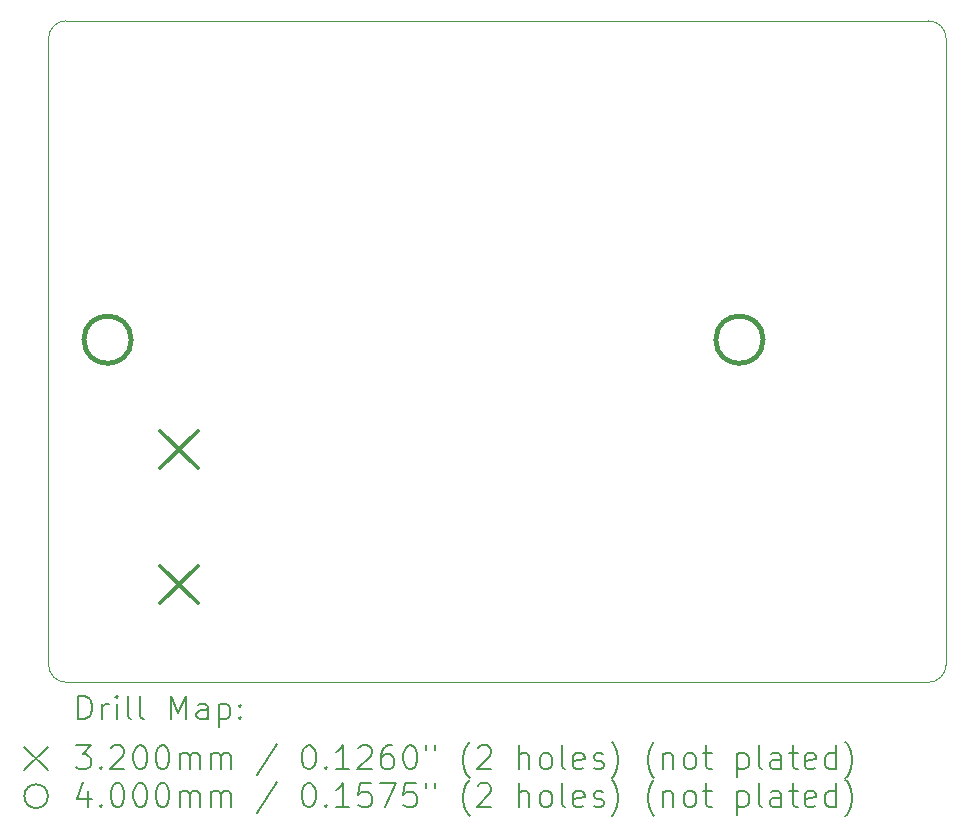
<source format=gbr>
%TF.GenerationSoftware,KiCad,Pcbnew,(6.0.7)*%
%TF.CreationDate,2022-10-05T08:02:07-05:00*%
%TF.ProjectId,ScareBanger_PCB,53636172-6542-4616-9e67-65725f504342,rev?*%
%TF.SameCoordinates,Original*%
%TF.FileFunction,Drillmap*%
%TF.FilePolarity,Positive*%
%FSLAX45Y45*%
G04 Gerber Fmt 4.5, Leading zero omitted, Abs format (unit mm)*
G04 Created by KiCad (PCBNEW (6.0.7)) date 2022-10-05 08:02:07*
%MOMM*%
%LPD*%
G01*
G04 APERTURE LIST*
%ADD10C,0.100000*%
%ADD11C,0.200000*%
%ADD12C,0.320000*%
%ADD13C,0.400000*%
G04 APERTURE END LIST*
D10*
X17700000Y-8750000D02*
G75*
G03*
X17550000Y-8600000I-150000J0D01*
G01*
X10100000Y-14050000D02*
G75*
G03*
X10250000Y-14200000I150000J0D01*
G01*
X17550000Y-14200000D02*
X10250000Y-14200000D01*
X10100000Y-14050000D02*
X10100000Y-8750000D01*
X10250000Y-8600000D02*
X17550000Y-8600000D01*
X10250000Y-8600000D02*
G75*
G03*
X10100000Y-8750000I0J-150000D01*
G01*
X17550000Y-14200000D02*
G75*
G03*
X17700000Y-14050000I0J150000D01*
G01*
X17700000Y-8750000D02*
X17700000Y-14050000D01*
D11*
D12*
X11043400Y-12070100D02*
X11363400Y-12390100D01*
X11363400Y-12070100D02*
X11043400Y-12390100D01*
X11043400Y-13213100D02*
X11363400Y-13533100D01*
X11363400Y-13213100D02*
X11043400Y-13533100D01*
D13*
X10800000Y-11300000D02*
G75*
G03*
X10800000Y-11300000I-200000J0D01*
G01*
X16150000Y-11300000D02*
G75*
G03*
X16150000Y-11300000I-200000J0D01*
G01*
D11*
X10352619Y-14515476D02*
X10352619Y-14315476D01*
X10400238Y-14315476D01*
X10428810Y-14325000D01*
X10447857Y-14344048D01*
X10457381Y-14363095D01*
X10466905Y-14401190D01*
X10466905Y-14429762D01*
X10457381Y-14467857D01*
X10447857Y-14486905D01*
X10428810Y-14505952D01*
X10400238Y-14515476D01*
X10352619Y-14515476D01*
X10552619Y-14515476D02*
X10552619Y-14382143D01*
X10552619Y-14420238D02*
X10562143Y-14401190D01*
X10571667Y-14391667D01*
X10590714Y-14382143D01*
X10609762Y-14382143D01*
X10676429Y-14515476D02*
X10676429Y-14382143D01*
X10676429Y-14315476D02*
X10666905Y-14325000D01*
X10676429Y-14334524D01*
X10685952Y-14325000D01*
X10676429Y-14315476D01*
X10676429Y-14334524D01*
X10800238Y-14515476D02*
X10781190Y-14505952D01*
X10771667Y-14486905D01*
X10771667Y-14315476D01*
X10905000Y-14515476D02*
X10885952Y-14505952D01*
X10876429Y-14486905D01*
X10876429Y-14315476D01*
X11133571Y-14515476D02*
X11133571Y-14315476D01*
X11200238Y-14458333D01*
X11266905Y-14315476D01*
X11266905Y-14515476D01*
X11447857Y-14515476D02*
X11447857Y-14410714D01*
X11438333Y-14391667D01*
X11419286Y-14382143D01*
X11381190Y-14382143D01*
X11362143Y-14391667D01*
X11447857Y-14505952D02*
X11428809Y-14515476D01*
X11381190Y-14515476D01*
X11362143Y-14505952D01*
X11352619Y-14486905D01*
X11352619Y-14467857D01*
X11362143Y-14448809D01*
X11381190Y-14439286D01*
X11428809Y-14439286D01*
X11447857Y-14429762D01*
X11543095Y-14382143D02*
X11543095Y-14582143D01*
X11543095Y-14391667D02*
X11562143Y-14382143D01*
X11600238Y-14382143D01*
X11619286Y-14391667D01*
X11628809Y-14401190D01*
X11638333Y-14420238D01*
X11638333Y-14477381D01*
X11628809Y-14496428D01*
X11619286Y-14505952D01*
X11600238Y-14515476D01*
X11562143Y-14515476D01*
X11543095Y-14505952D01*
X11724048Y-14496428D02*
X11733571Y-14505952D01*
X11724048Y-14515476D01*
X11714524Y-14505952D01*
X11724048Y-14496428D01*
X11724048Y-14515476D01*
X11724048Y-14391667D02*
X11733571Y-14401190D01*
X11724048Y-14410714D01*
X11714524Y-14401190D01*
X11724048Y-14391667D01*
X11724048Y-14410714D01*
X9895000Y-14745000D02*
X10095000Y-14945000D01*
X10095000Y-14745000D02*
X9895000Y-14945000D01*
X10333571Y-14735476D02*
X10457381Y-14735476D01*
X10390714Y-14811667D01*
X10419286Y-14811667D01*
X10438333Y-14821190D01*
X10447857Y-14830714D01*
X10457381Y-14849762D01*
X10457381Y-14897381D01*
X10447857Y-14916428D01*
X10438333Y-14925952D01*
X10419286Y-14935476D01*
X10362143Y-14935476D01*
X10343095Y-14925952D01*
X10333571Y-14916428D01*
X10543095Y-14916428D02*
X10552619Y-14925952D01*
X10543095Y-14935476D01*
X10533571Y-14925952D01*
X10543095Y-14916428D01*
X10543095Y-14935476D01*
X10628810Y-14754524D02*
X10638333Y-14745000D01*
X10657381Y-14735476D01*
X10705000Y-14735476D01*
X10724048Y-14745000D01*
X10733571Y-14754524D01*
X10743095Y-14773571D01*
X10743095Y-14792619D01*
X10733571Y-14821190D01*
X10619286Y-14935476D01*
X10743095Y-14935476D01*
X10866905Y-14735476D02*
X10885952Y-14735476D01*
X10905000Y-14745000D01*
X10914524Y-14754524D01*
X10924048Y-14773571D01*
X10933571Y-14811667D01*
X10933571Y-14859286D01*
X10924048Y-14897381D01*
X10914524Y-14916428D01*
X10905000Y-14925952D01*
X10885952Y-14935476D01*
X10866905Y-14935476D01*
X10847857Y-14925952D01*
X10838333Y-14916428D01*
X10828810Y-14897381D01*
X10819286Y-14859286D01*
X10819286Y-14811667D01*
X10828810Y-14773571D01*
X10838333Y-14754524D01*
X10847857Y-14745000D01*
X10866905Y-14735476D01*
X11057381Y-14735476D02*
X11076429Y-14735476D01*
X11095476Y-14745000D01*
X11105000Y-14754524D01*
X11114524Y-14773571D01*
X11124048Y-14811667D01*
X11124048Y-14859286D01*
X11114524Y-14897381D01*
X11105000Y-14916428D01*
X11095476Y-14925952D01*
X11076429Y-14935476D01*
X11057381Y-14935476D01*
X11038333Y-14925952D01*
X11028810Y-14916428D01*
X11019286Y-14897381D01*
X11009762Y-14859286D01*
X11009762Y-14811667D01*
X11019286Y-14773571D01*
X11028810Y-14754524D01*
X11038333Y-14745000D01*
X11057381Y-14735476D01*
X11209762Y-14935476D02*
X11209762Y-14802143D01*
X11209762Y-14821190D02*
X11219286Y-14811667D01*
X11238333Y-14802143D01*
X11266905Y-14802143D01*
X11285952Y-14811667D01*
X11295476Y-14830714D01*
X11295476Y-14935476D01*
X11295476Y-14830714D02*
X11305000Y-14811667D01*
X11324048Y-14802143D01*
X11352619Y-14802143D01*
X11371667Y-14811667D01*
X11381190Y-14830714D01*
X11381190Y-14935476D01*
X11476428Y-14935476D02*
X11476428Y-14802143D01*
X11476428Y-14821190D02*
X11485952Y-14811667D01*
X11505000Y-14802143D01*
X11533571Y-14802143D01*
X11552619Y-14811667D01*
X11562143Y-14830714D01*
X11562143Y-14935476D01*
X11562143Y-14830714D02*
X11571667Y-14811667D01*
X11590714Y-14802143D01*
X11619286Y-14802143D01*
X11638333Y-14811667D01*
X11647857Y-14830714D01*
X11647857Y-14935476D01*
X12038333Y-14725952D02*
X11866905Y-14983095D01*
X12295476Y-14735476D02*
X12314524Y-14735476D01*
X12333571Y-14745000D01*
X12343095Y-14754524D01*
X12352619Y-14773571D01*
X12362143Y-14811667D01*
X12362143Y-14859286D01*
X12352619Y-14897381D01*
X12343095Y-14916428D01*
X12333571Y-14925952D01*
X12314524Y-14935476D01*
X12295476Y-14935476D01*
X12276428Y-14925952D01*
X12266905Y-14916428D01*
X12257381Y-14897381D01*
X12247857Y-14859286D01*
X12247857Y-14811667D01*
X12257381Y-14773571D01*
X12266905Y-14754524D01*
X12276428Y-14745000D01*
X12295476Y-14735476D01*
X12447857Y-14916428D02*
X12457381Y-14925952D01*
X12447857Y-14935476D01*
X12438333Y-14925952D01*
X12447857Y-14916428D01*
X12447857Y-14935476D01*
X12647857Y-14935476D02*
X12533571Y-14935476D01*
X12590714Y-14935476D02*
X12590714Y-14735476D01*
X12571667Y-14764048D01*
X12552619Y-14783095D01*
X12533571Y-14792619D01*
X12724048Y-14754524D02*
X12733571Y-14745000D01*
X12752619Y-14735476D01*
X12800238Y-14735476D01*
X12819286Y-14745000D01*
X12828809Y-14754524D01*
X12838333Y-14773571D01*
X12838333Y-14792619D01*
X12828809Y-14821190D01*
X12714524Y-14935476D01*
X12838333Y-14935476D01*
X13009762Y-14735476D02*
X12971667Y-14735476D01*
X12952619Y-14745000D01*
X12943095Y-14754524D01*
X12924048Y-14783095D01*
X12914524Y-14821190D01*
X12914524Y-14897381D01*
X12924048Y-14916428D01*
X12933571Y-14925952D01*
X12952619Y-14935476D01*
X12990714Y-14935476D01*
X13009762Y-14925952D01*
X13019286Y-14916428D01*
X13028809Y-14897381D01*
X13028809Y-14849762D01*
X13019286Y-14830714D01*
X13009762Y-14821190D01*
X12990714Y-14811667D01*
X12952619Y-14811667D01*
X12933571Y-14821190D01*
X12924048Y-14830714D01*
X12914524Y-14849762D01*
X13152619Y-14735476D02*
X13171667Y-14735476D01*
X13190714Y-14745000D01*
X13200238Y-14754524D01*
X13209762Y-14773571D01*
X13219286Y-14811667D01*
X13219286Y-14859286D01*
X13209762Y-14897381D01*
X13200238Y-14916428D01*
X13190714Y-14925952D01*
X13171667Y-14935476D01*
X13152619Y-14935476D01*
X13133571Y-14925952D01*
X13124048Y-14916428D01*
X13114524Y-14897381D01*
X13105000Y-14859286D01*
X13105000Y-14811667D01*
X13114524Y-14773571D01*
X13124048Y-14754524D01*
X13133571Y-14745000D01*
X13152619Y-14735476D01*
X13295476Y-14735476D02*
X13295476Y-14773571D01*
X13371667Y-14735476D02*
X13371667Y-14773571D01*
X13666905Y-15011667D02*
X13657381Y-15002143D01*
X13638333Y-14973571D01*
X13628809Y-14954524D01*
X13619286Y-14925952D01*
X13609762Y-14878333D01*
X13609762Y-14840238D01*
X13619286Y-14792619D01*
X13628809Y-14764048D01*
X13638333Y-14745000D01*
X13657381Y-14716428D01*
X13666905Y-14706905D01*
X13733571Y-14754524D02*
X13743095Y-14745000D01*
X13762143Y-14735476D01*
X13809762Y-14735476D01*
X13828809Y-14745000D01*
X13838333Y-14754524D01*
X13847857Y-14773571D01*
X13847857Y-14792619D01*
X13838333Y-14821190D01*
X13724048Y-14935476D01*
X13847857Y-14935476D01*
X14085952Y-14935476D02*
X14085952Y-14735476D01*
X14171667Y-14935476D02*
X14171667Y-14830714D01*
X14162143Y-14811667D01*
X14143095Y-14802143D01*
X14114524Y-14802143D01*
X14095476Y-14811667D01*
X14085952Y-14821190D01*
X14295476Y-14935476D02*
X14276428Y-14925952D01*
X14266905Y-14916428D01*
X14257381Y-14897381D01*
X14257381Y-14840238D01*
X14266905Y-14821190D01*
X14276428Y-14811667D01*
X14295476Y-14802143D01*
X14324048Y-14802143D01*
X14343095Y-14811667D01*
X14352619Y-14821190D01*
X14362143Y-14840238D01*
X14362143Y-14897381D01*
X14352619Y-14916428D01*
X14343095Y-14925952D01*
X14324048Y-14935476D01*
X14295476Y-14935476D01*
X14476428Y-14935476D02*
X14457381Y-14925952D01*
X14447857Y-14906905D01*
X14447857Y-14735476D01*
X14628809Y-14925952D02*
X14609762Y-14935476D01*
X14571667Y-14935476D01*
X14552619Y-14925952D01*
X14543095Y-14906905D01*
X14543095Y-14830714D01*
X14552619Y-14811667D01*
X14571667Y-14802143D01*
X14609762Y-14802143D01*
X14628809Y-14811667D01*
X14638333Y-14830714D01*
X14638333Y-14849762D01*
X14543095Y-14868809D01*
X14714524Y-14925952D02*
X14733571Y-14935476D01*
X14771667Y-14935476D01*
X14790714Y-14925952D01*
X14800238Y-14906905D01*
X14800238Y-14897381D01*
X14790714Y-14878333D01*
X14771667Y-14868809D01*
X14743095Y-14868809D01*
X14724048Y-14859286D01*
X14714524Y-14840238D01*
X14714524Y-14830714D01*
X14724048Y-14811667D01*
X14743095Y-14802143D01*
X14771667Y-14802143D01*
X14790714Y-14811667D01*
X14866905Y-15011667D02*
X14876428Y-15002143D01*
X14895476Y-14973571D01*
X14905000Y-14954524D01*
X14914524Y-14925952D01*
X14924048Y-14878333D01*
X14924048Y-14840238D01*
X14914524Y-14792619D01*
X14905000Y-14764048D01*
X14895476Y-14745000D01*
X14876428Y-14716428D01*
X14866905Y-14706905D01*
X15228809Y-15011667D02*
X15219286Y-15002143D01*
X15200238Y-14973571D01*
X15190714Y-14954524D01*
X15181190Y-14925952D01*
X15171667Y-14878333D01*
X15171667Y-14840238D01*
X15181190Y-14792619D01*
X15190714Y-14764048D01*
X15200238Y-14745000D01*
X15219286Y-14716428D01*
X15228809Y-14706905D01*
X15305000Y-14802143D02*
X15305000Y-14935476D01*
X15305000Y-14821190D02*
X15314524Y-14811667D01*
X15333571Y-14802143D01*
X15362143Y-14802143D01*
X15381190Y-14811667D01*
X15390714Y-14830714D01*
X15390714Y-14935476D01*
X15514524Y-14935476D02*
X15495476Y-14925952D01*
X15485952Y-14916428D01*
X15476428Y-14897381D01*
X15476428Y-14840238D01*
X15485952Y-14821190D01*
X15495476Y-14811667D01*
X15514524Y-14802143D01*
X15543095Y-14802143D01*
X15562143Y-14811667D01*
X15571667Y-14821190D01*
X15581190Y-14840238D01*
X15581190Y-14897381D01*
X15571667Y-14916428D01*
X15562143Y-14925952D01*
X15543095Y-14935476D01*
X15514524Y-14935476D01*
X15638333Y-14802143D02*
X15714524Y-14802143D01*
X15666905Y-14735476D02*
X15666905Y-14906905D01*
X15676428Y-14925952D01*
X15695476Y-14935476D01*
X15714524Y-14935476D01*
X15933571Y-14802143D02*
X15933571Y-15002143D01*
X15933571Y-14811667D02*
X15952619Y-14802143D01*
X15990714Y-14802143D01*
X16009762Y-14811667D01*
X16019286Y-14821190D01*
X16028809Y-14840238D01*
X16028809Y-14897381D01*
X16019286Y-14916428D01*
X16009762Y-14925952D01*
X15990714Y-14935476D01*
X15952619Y-14935476D01*
X15933571Y-14925952D01*
X16143095Y-14935476D02*
X16124048Y-14925952D01*
X16114524Y-14906905D01*
X16114524Y-14735476D01*
X16305000Y-14935476D02*
X16305000Y-14830714D01*
X16295476Y-14811667D01*
X16276428Y-14802143D01*
X16238333Y-14802143D01*
X16219286Y-14811667D01*
X16305000Y-14925952D02*
X16285952Y-14935476D01*
X16238333Y-14935476D01*
X16219286Y-14925952D01*
X16209762Y-14906905D01*
X16209762Y-14887857D01*
X16219286Y-14868809D01*
X16238333Y-14859286D01*
X16285952Y-14859286D01*
X16305000Y-14849762D01*
X16371667Y-14802143D02*
X16447857Y-14802143D01*
X16400238Y-14735476D02*
X16400238Y-14906905D01*
X16409762Y-14925952D01*
X16428809Y-14935476D01*
X16447857Y-14935476D01*
X16590714Y-14925952D02*
X16571667Y-14935476D01*
X16533571Y-14935476D01*
X16514524Y-14925952D01*
X16505000Y-14906905D01*
X16505000Y-14830714D01*
X16514524Y-14811667D01*
X16533571Y-14802143D01*
X16571667Y-14802143D01*
X16590714Y-14811667D01*
X16600238Y-14830714D01*
X16600238Y-14849762D01*
X16505000Y-14868809D01*
X16771667Y-14935476D02*
X16771667Y-14735476D01*
X16771667Y-14925952D02*
X16752619Y-14935476D01*
X16714524Y-14935476D01*
X16695476Y-14925952D01*
X16685952Y-14916428D01*
X16676428Y-14897381D01*
X16676428Y-14840238D01*
X16685952Y-14821190D01*
X16695476Y-14811667D01*
X16714524Y-14802143D01*
X16752619Y-14802143D01*
X16771667Y-14811667D01*
X16847857Y-15011667D02*
X16857381Y-15002143D01*
X16876429Y-14973571D01*
X16885952Y-14954524D01*
X16895476Y-14925952D01*
X16905000Y-14878333D01*
X16905000Y-14840238D01*
X16895476Y-14792619D01*
X16885952Y-14764048D01*
X16876429Y-14745000D01*
X16857381Y-14716428D01*
X16847857Y-14706905D01*
X10095000Y-15165000D02*
G75*
G03*
X10095000Y-15165000I-100000J0D01*
G01*
X10438333Y-15122143D02*
X10438333Y-15255476D01*
X10390714Y-15045952D02*
X10343095Y-15188809D01*
X10466905Y-15188809D01*
X10543095Y-15236428D02*
X10552619Y-15245952D01*
X10543095Y-15255476D01*
X10533571Y-15245952D01*
X10543095Y-15236428D01*
X10543095Y-15255476D01*
X10676429Y-15055476D02*
X10695476Y-15055476D01*
X10714524Y-15065000D01*
X10724048Y-15074524D01*
X10733571Y-15093571D01*
X10743095Y-15131667D01*
X10743095Y-15179286D01*
X10733571Y-15217381D01*
X10724048Y-15236428D01*
X10714524Y-15245952D01*
X10695476Y-15255476D01*
X10676429Y-15255476D01*
X10657381Y-15245952D01*
X10647857Y-15236428D01*
X10638333Y-15217381D01*
X10628810Y-15179286D01*
X10628810Y-15131667D01*
X10638333Y-15093571D01*
X10647857Y-15074524D01*
X10657381Y-15065000D01*
X10676429Y-15055476D01*
X10866905Y-15055476D02*
X10885952Y-15055476D01*
X10905000Y-15065000D01*
X10914524Y-15074524D01*
X10924048Y-15093571D01*
X10933571Y-15131667D01*
X10933571Y-15179286D01*
X10924048Y-15217381D01*
X10914524Y-15236428D01*
X10905000Y-15245952D01*
X10885952Y-15255476D01*
X10866905Y-15255476D01*
X10847857Y-15245952D01*
X10838333Y-15236428D01*
X10828810Y-15217381D01*
X10819286Y-15179286D01*
X10819286Y-15131667D01*
X10828810Y-15093571D01*
X10838333Y-15074524D01*
X10847857Y-15065000D01*
X10866905Y-15055476D01*
X11057381Y-15055476D02*
X11076429Y-15055476D01*
X11095476Y-15065000D01*
X11105000Y-15074524D01*
X11114524Y-15093571D01*
X11124048Y-15131667D01*
X11124048Y-15179286D01*
X11114524Y-15217381D01*
X11105000Y-15236428D01*
X11095476Y-15245952D01*
X11076429Y-15255476D01*
X11057381Y-15255476D01*
X11038333Y-15245952D01*
X11028810Y-15236428D01*
X11019286Y-15217381D01*
X11009762Y-15179286D01*
X11009762Y-15131667D01*
X11019286Y-15093571D01*
X11028810Y-15074524D01*
X11038333Y-15065000D01*
X11057381Y-15055476D01*
X11209762Y-15255476D02*
X11209762Y-15122143D01*
X11209762Y-15141190D02*
X11219286Y-15131667D01*
X11238333Y-15122143D01*
X11266905Y-15122143D01*
X11285952Y-15131667D01*
X11295476Y-15150714D01*
X11295476Y-15255476D01*
X11295476Y-15150714D02*
X11305000Y-15131667D01*
X11324048Y-15122143D01*
X11352619Y-15122143D01*
X11371667Y-15131667D01*
X11381190Y-15150714D01*
X11381190Y-15255476D01*
X11476428Y-15255476D02*
X11476428Y-15122143D01*
X11476428Y-15141190D02*
X11485952Y-15131667D01*
X11505000Y-15122143D01*
X11533571Y-15122143D01*
X11552619Y-15131667D01*
X11562143Y-15150714D01*
X11562143Y-15255476D01*
X11562143Y-15150714D02*
X11571667Y-15131667D01*
X11590714Y-15122143D01*
X11619286Y-15122143D01*
X11638333Y-15131667D01*
X11647857Y-15150714D01*
X11647857Y-15255476D01*
X12038333Y-15045952D02*
X11866905Y-15303095D01*
X12295476Y-15055476D02*
X12314524Y-15055476D01*
X12333571Y-15065000D01*
X12343095Y-15074524D01*
X12352619Y-15093571D01*
X12362143Y-15131667D01*
X12362143Y-15179286D01*
X12352619Y-15217381D01*
X12343095Y-15236428D01*
X12333571Y-15245952D01*
X12314524Y-15255476D01*
X12295476Y-15255476D01*
X12276428Y-15245952D01*
X12266905Y-15236428D01*
X12257381Y-15217381D01*
X12247857Y-15179286D01*
X12247857Y-15131667D01*
X12257381Y-15093571D01*
X12266905Y-15074524D01*
X12276428Y-15065000D01*
X12295476Y-15055476D01*
X12447857Y-15236428D02*
X12457381Y-15245952D01*
X12447857Y-15255476D01*
X12438333Y-15245952D01*
X12447857Y-15236428D01*
X12447857Y-15255476D01*
X12647857Y-15255476D02*
X12533571Y-15255476D01*
X12590714Y-15255476D02*
X12590714Y-15055476D01*
X12571667Y-15084048D01*
X12552619Y-15103095D01*
X12533571Y-15112619D01*
X12828809Y-15055476D02*
X12733571Y-15055476D01*
X12724048Y-15150714D01*
X12733571Y-15141190D01*
X12752619Y-15131667D01*
X12800238Y-15131667D01*
X12819286Y-15141190D01*
X12828809Y-15150714D01*
X12838333Y-15169762D01*
X12838333Y-15217381D01*
X12828809Y-15236428D01*
X12819286Y-15245952D01*
X12800238Y-15255476D01*
X12752619Y-15255476D01*
X12733571Y-15245952D01*
X12724048Y-15236428D01*
X12905000Y-15055476D02*
X13038333Y-15055476D01*
X12952619Y-15255476D01*
X13209762Y-15055476D02*
X13114524Y-15055476D01*
X13105000Y-15150714D01*
X13114524Y-15141190D01*
X13133571Y-15131667D01*
X13181190Y-15131667D01*
X13200238Y-15141190D01*
X13209762Y-15150714D01*
X13219286Y-15169762D01*
X13219286Y-15217381D01*
X13209762Y-15236428D01*
X13200238Y-15245952D01*
X13181190Y-15255476D01*
X13133571Y-15255476D01*
X13114524Y-15245952D01*
X13105000Y-15236428D01*
X13295476Y-15055476D02*
X13295476Y-15093571D01*
X13371667Y-15055476D02*
X13371667Y-15093571D01*
X13666905Y-15331667D02*
X13657381Y-15322143D01*
X13638333Y-15293571D01*
X13628809Y-15274524D01*
X13619286Y-15245952D01*
X13609762Y-15198333D01*
X13609762Y-15160238D01*
X13619286Y-15112619D01*
X13628809Y-15084048D01*
X13638333Y-15065000D01*
X13657381Y-15036428D01*
X13666905Y-15026905D01*
X13733571Y-15074524D02*
X13743095Y-15065000D01*
X13762143Y-15055476D01*
X13809762Y-15055476D01*
X13828809Y-15065000D01*
X13838333Y-15074524D01*
X13847857Y-15093571D01*
X13847857Y-15112619D01*
X13838333Y-15141190D01*
X13724048Y-15255476D01*
X13847857Y-15255476D01*
X14085952Y-15255476D02*
X14085952Y-15055476D01*
X14171667Y-15255476D02*
X14171667Y-15150714D01*
X14162143Y-15131667D01*
X14143095Y-15122143D01*
X14114524Y-15122143D01*
X14095476Y-15131667D01*
X14085952Y-15141190D01*
X14295476Y-15255476D02*
X14276428Y-15245952D01*
X14266905Y-15236428D01*
X14257381Y-15217381D01*
X14257381Y-15160238D01*
X14266905Y-15141190D01*
X14276428Y-15131667D01*
X14295476Y-15122143D01*
X14324048Y-15122143D01*
X14343095Y-15131667D01*
X14352619Y-15141190D01*
X14362143Y-15160238D01*
X14362143Y-15217381D01*
X14352619Y-15236428D01*
X14343095Y-15245952D01*
X14324048Y-15255476D01*
X14295476Y-15255476D01*
X14476428Y-15255476D02*
X14457381Y-15245952D01*
X14447857Y-15226905D01*
X14447857Y-15055476D01*
X14628809Y-15245952D02*
X14609762Y-15255476D01*
X14571667Y-15255476D01*
X14552619Y-15245952D01*
X14543095Y-15226905D01*
X14543095Y-15150714D01*
X14552619Y-15131667D01*
X14571667Y-15122143D01*
X14609762Y-15122143D01*
X14628809Y-15131667D01*
X14638333Y-15150714D01*
X14638333Y-15169762D01*
X14543095Y-15188809D01*
X14714524Y-15245952D02*
X14733571Y-15255476D01*
X14771667Y-15255476D01*
X14790714Y-15245952D01*
X14800238Y-15226905D01*
X14800238Y-15217381D01*
X14790714Y-15198333D01*
X14771667Y-15188809D01*
X14743095Y-15188809D01*
X14724048Y-15179286D01*
X14714524Y-15160238D01*
X14714524Y-15150714D01*
X14724048Y-15131667D01*
X14743095Y-15122143D01*
X14771667Y-15122143D01*
X14790714Y-15131667D01*
X14866905Y-15331667D02*
X14876428Y-15322143D01*
X14895476Y-15293571D01*
X14905000Y-15274524D01*
X14914524Y-15245952D01*
X14924048Y-15198333D01*
X14924048Y-15160238D01*
X14914524Y-15112619D01*
X14905000Y-15084048D01*
X14895476Y-15065000D01*
X14876428Y-15036428D01*
X14866905Y-15026905D01*
X15228809Y-15331667D02*
X15219286Y-15322143D01*
X15200238Y-15293571D01*
X15190714Y-15274524D01*
X15181190Y-15245952D01*
X15171667Y-15198333D01*
X15171667Y-15160238D01*
X15181190Y-15112619D01*
X15190714Y-15084048D01*
X15200238Y-15065000D01*
X15219286Y-15036428D01*
X15228809Y-15026905D01*
X15305000Y-15122143D02*
X15305000Y-15255476D01*
X15305000Y-15141190D02*
X15314524Y-15131667D01*
X15333571Y-15122143D01*
X15362143Y-15122143D01*
X15381190Y-15131667D01*
X15390714Y-15150714D01*
X15390714Y-15255476D01*
X15514524Y-15255476D02*
X15495476Y-15245952D01*
X15485952Y-15236428D01*
X15476428Y-15217381D01*
X15476428Y-15160238D01*
X15485952Y-15141190D01*
X15495476Y-15131667D01*
X15514524Y-15122143D01*
X15543095Y-15122143D01*
X15562143Y-15131667D01*
X15571667Y-15141190D01*
X15581190Y-15160238D01*
X15581190Y-15217381D01*
X15571667Y-15236428D01*
X15562143Y-15245952D01*
X15543095Y-15255476D01*
X15514524Y-15255476D01*
X15638333Y-15122143D02*
X15714524Y-15122143D01*
X15666905Y-15055476D02*
X15666905Y-15226905D01*
X15676428Y-15245952D01*
X15695476Y-15255476D01*
X15714524Y-15255476D01*
X15933571Y-15122143D02*
X15933571Y-15322143D01*
X15933571Y-15131667D02*
X15952619Y-15122143D01*
X15990714Y-15122143D01*
X16009762Y-15131667D01*
X16019286Y-15141190D01*
X16028809Y-15160238D01*
X16028809Y-15217381D01*
X16019286Y-15236428D01*
X16009762Y-15245952D01*
X15990714Y-15255476D01*
X15952619Y-15255476D01*
X15933571Y-15245952D01*
X16143095Y-15255476D02*
X16124048Y-15245952D01*
X16114524Y-15226905D01*
X16114524Y-15055476D01*
X16305000Y-15255476D02*
X16305000Y-15150714D01*
X16295476Y-15131667D01*
X16276428Y-15122143D01*
X16238333Y-15122143D01*
X16219286Y-15131667D01*
X16305000Y-15245952D02*
X16285952Y-15255476D01*
X16238333Y-15255476D01*
X16219286Y-15245952D01*
X16209762Y-15226905D01*
X16209762Y-15207857D01*
X16219286Y-15188809D01*
X16238333Y-15179286D01*
X16285952Y-15179286D01*
X16305000Y-15169762D01*
X16371667Y-15122143D02*
X16447857Y-15122143D01*
X16400238Y-15055476D02*
X16400238Y-15226905D01*
X16409762Y-15245952D01*
X16428809Y-15255476D01*
X16447857Y-15255476D01*
X16590714Y-15245952D02*
X16571667Y-15255476D01*
X16533571Y-15255476D01*
X16514524Y-15245952D01*
X16505000Y-15226905D01*
X16505000Y-15150714D01*
X16514524Y-15131667D01*
X16533571Y-15122143D01*
X16571667Y-15122143D01*
X16590714Y-15131667D01*
X16600238Y-15150714D01*
X16600238Y-15169762D01*
X16505000Y-15188809D01*
X16771667Y-15255476D02*
X16771667Y-15055476D01*
X16771667Y-15245952D02*
X16752619Y-15255476D01*
X16714524Y-15255476D01*
X16695476Y-15245952D01*
X16685952Y-15236428D01*
X16676428Y-15217381D01*
X16676428Y-15160238D01*
X16685952Y-15141190D01*
X16695476Y-15131667D01*
X16714524Y-15122143D01*
X16752619Y-15122143D01*
X16771667Y-15131667D01*
X16847857Y-15331667D02*
X16857381Y-15322143D01*
X16876429Y-15293571D01*
X16885952Y-15274524D01*
X16895476Y-15245952D01*
X16905000Y-15198333D01*
X16905000Y-15160238D01*
X16895476Y-15112619D01*
X16885952Y-15084048D01*
X16876429Y-15065000D01*
X16857381Y-15036428D01*
X16847857Y-15026905D01*
M02*

</source>
